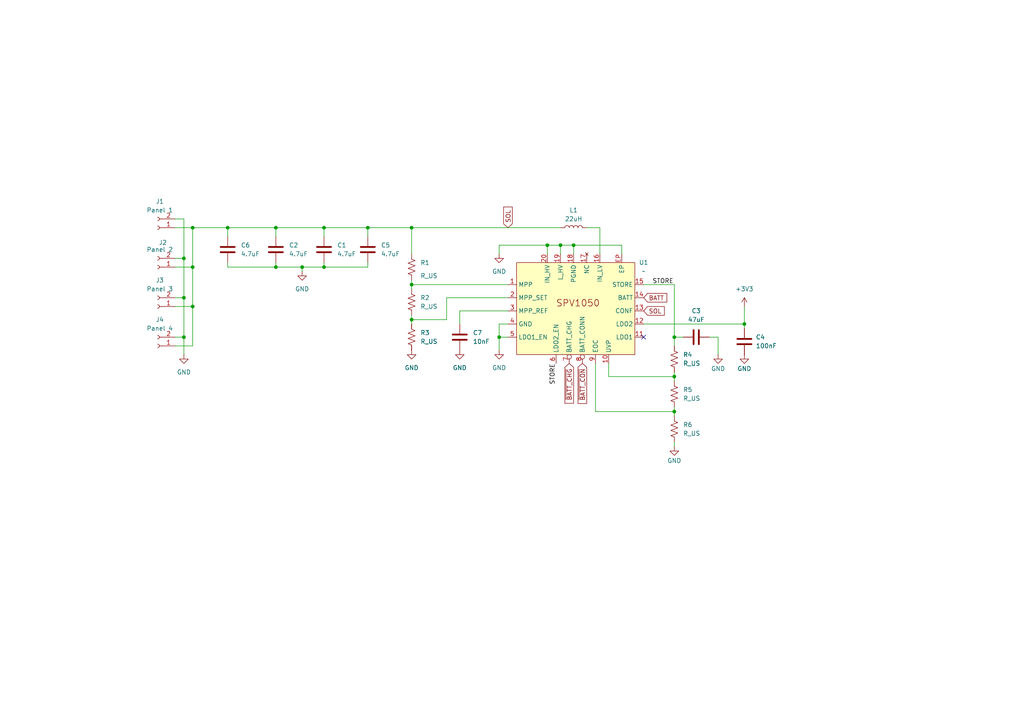
<source format=kicad_sch>
(kicad_sch (version 20250114) (generator "eeschema") (generator_version "9.0")
  (paper "A4")
  (title_block (title "Power Supply and solar management") (date "2025-08-03") (rev "1.0") (company "MRtecno98"))
  (lib_symbols
    (symbol "Connector:Conn_01x02_Socket" (pin_names (offset 1.016) (hide yes))
      (property "Reference" "J" (at 0 2.54 0))
      (property "Value" "Conn_01x02_Socket" (at 0 -5.08 0))
      (symbol "Conn_01x02_Socket_1_1"
        (polyline (pts (xy -1.27 0) (xy -0.508 0)) (stroke (width 0.1524)))
        (polyline (pts (xy -1.27 -2.54) (xy -0.508 -2.54)) (stroke (width 0.1524)))
        (arc (start 0 -0.508) (mid -0.5058 0) (end 0 0.508) (stroke (width 0.1524)))
        (arc (start 0 -3.048) (mid -0.5058 -2.54) (end 0 -2.032) (stroke (width 0.1524)))
        (pin passive line (at -5.08 0 0) (length 3.81) (name "Pin_1") (number "1"))
        (pin passive line (at -5.08 -2.54 0) (length 3.81) (name "Pin_2") (number "2"))
      )
    )
    (symbol "Device:C" (pin_numbers (hide yes)) (pin_names (offset 0.254))
      (property "Reference" "C" (at 0.635 2.54 0))
      (property "Value" "C" (at 0.635 -2.54 0))
      (symbol "C_0_1"
        (polyline (pts (xy -2.032 0.762) (xy 2.032 0.762)) (stroke (width 0.508)))
        (polyline (pts (xy -2.032 -0.762) (xy 2.032 -0.762)) (stroke (width 0.508)))
      )
      (symbol "C_1_1"
        (pin passive line (at 0 3.81 270) (length 2.794) (name "~") (number "1"))
        (pin passive line (at 0 -3.81 90) (length 2.794) (name "~") (number "2"))
      )
    )
    (symbol "Device:L" (pin_numbers (hide yes)) (pin_names (offset 1.016) (hide yes))
      (property "Reference" "L" (at -1.27 0 90))
      (property "Value" "L" (at 1.905 0 90))
      (symbol "L_0_1"
        (arc (start 0 2.54) (mid 0.6323 1.905) (end 0 1.27))
        (arc (start 0 1.27) (mid 0.6323 0.635) (end 0 0))
        (arc (start 0 0) (mid 0.6323 -0.635) (end 0 -1.27))
        (arc (start 0 -1.27) (mid 0.6323 -1.905) (end 0 -2.54))
      )
      (symbol "L_1_1"
        (pin passive line (at 0 3.81 270) (length 1.27) (name "1") (number "1"))
        (pin passive line (at 0 -3.81 90) (length 1.27) (name "2") (number "2"))
      )
    )
    (symbol "Device:R_US" (pin_numbers (hide yes)) (pin_names (offset 0))
      (property "Reference" "R" (at 2.54 0 90))
      (property "Value" "R_US" (at -2.54 0 90))
      (symbol "R_US_0_1"
        (polyline (pts (xy 0 2.286) (xy 0 2.54)))
        (polyline (pts (xy 0 2.286) (xy 1.016 1.905) (xy 0 1.524) (xy -1.016 1.143) (xy 0 0.762)))
        (polyline (pts (xy 0 0.762) (xy 1.016 0.381) (xy 0 0) (xy -1.016 -0.381) (xy 0 -0.762)))
        (polyline (pts (xy 0 -0.762) (xy 1.016 -1.143) (xy 0 -1.524) (xy -1.016 -1.905) (xy 0 -2.286)))
        (polyline (pts (xy 0 -2.286) (xy 0 -2.54)))
      )
      (symbol "R_US_1_1"
        (pin passive line (at 0 3.81 270) (length 1.27) (name "~") (number "1"))
        (pin passive line (at 0 -3.81 90) (length 1.27) (name "~") (number "2"))
      )
    )
    (symbol "power:+3V3" (power) (pin_numbers (hide yes)) (pin_names (offset 0) (hide yes))
      (property "Value" "+3V3" (at 0 3.556 0))
      (symbol "+3V3_0_1"
        (polyline (pts (xy -0.762 1.27) (xy 0 2.54)))
        (polyline (pts (xy 0 2.54) (xy 0.762 1.27)))
        (polyline (pts (xy 0 0) (xy 0 2.54)))
      )
      (symbol "+3V3_1_1"
        (pin power_in line (at 0 0 90) (length 0) (name "~") (number "1"))
      )
    )
    (symbol "power:GND" (power) (pin_numbers (hide yes)) (pin_names (offset 0) (hide yes))
      (property "Value" "GND" (at 0 -3.81 0))
      (symbol "GND_0_1"
        (polyline (pts (xy 0 0) (xy 0 -1.27) (xy 1.27 -1.27) (xy 0 -2.54) (xy -1.27 -1.27) (xy 0 -1.27)))
      )
      (symbol "GND_1_1"
        (pin power_in line (at 0 0 270) (length 0) (name "~") (number "1"))
      )
    )
    (symbol "tclib:SPV1050"
      (property "Reference" "U" (at 18.796 14.478 0))
      (symbol "SPV1050_1_1"
        (rectangle (start -17.78 12.7) (end 16.51 -13.97) (fill (type background)))
        (text "SPV1050" (at 0 1.016 0) (effects (font (size 1.905 1.905))))
        (pin input line (at -20.32 6.35 0) (length 2.54) (name "MPP") (number "1"))
        (pin input line (at -20.32 2.54 0) (length 2.54) (name "MPP_SET") (number "2"))
        (pin input line (at -20.32 -1.27 0) (length 2.54) (name "MPP_REF") (number "3"))
        (pin passive line (at -20.32 -5.08 0) (length 2.54) (name "GND") (number "4"))
        (pin input line (at -20.32 -8.89 0) (length 2.54) (name "LDO1_EN") (number "5"))
        (pin input line (at -8.89 15.24 270) (length 2.54) (name "IN_HV") (number "20"))
        (pin input line (at -6.35 -16.51 90) (length 2.54) (name "LDO2_EN") (number "6"))
        (pin input line (at -5.08 15.24 270) (length 2.54) (name "L_HV") (number "19"))
        (pin output inverted (at -2.54 -16.51 90) (length 2.54) (name "BATT_CHG") (number "7"))
        (pin passive line (at -1.27 15.24 270) (length 2.54) (name "PGND") (number "18"))
        (pin output inverted (at 1.27 -16.51 90) (length 2.54) (name "BATT_CONN") (number "8"))
        (pin no_connect line (at 2.54 15.24 270) (length 2.54) (name "NC") (number "17"))
        (pin passive line (at 5.08 -16.51 90) (length 2.54) (name "EOC") (number "9"))
        (pin input line (at 6.35 15.24 270) (length 2.54) (name "IN_LV") (number "16"))
        (pin passive line (at 8.89 -16.51 90) (length 2.54) (name "UVP") (number "10"))
        (pin passive line (at 12.7 15.24 270) (length 2.54) (name "EP") (number "EP"))
        (pin passive line (at 19.05 6.35 180) (length 2.54) (name "STORE") (number "15"))
        (pin passive line (at 19.05 2.54 180) (length 2.54) (name "BATT") (number "14"))
        (pin input line (at 19.05 -1.27 180) (length 2.54) (name "CONF") (number "13"))
        (pin power_out line (at 19.05 -5.08 180) (length 2.54) (name "LDO2") (number "12"))
        (pin power_out line (at 19.05 -8.89 180) (length 2.54) (name "LDO1") (number "11"))
      )
    )
  )
  (junction (at 195.58 109.22))
  (junction (at 80.01 77.47))
  (junction (at 53.34 97.79))
  (junction (at 158.75 71.12))
  (junction (at 55.88 66.04))
  (junction (at 66.04 66.04))
  (junction (at 80.01 66.04))
  (junction (at 53.34 74.93))
  (junction (at 195.58 97.79))
  (junction (at 119.38 92.71))
  (junction (at 93.98 66.04))
  (junction (at 215.9 93.98))
  (junction (at 195.58 119.38))
  (junction (at 55.88 88.9))
  (junction (at 106.68 66.04))
  (junction (at 119.38 66.04))
  (junction (at 93.98 77.47))
  (junction (at 55.88 77.47))
  (junction (at 166.37 71.12))
  (junction (at 162.56 71.12))
  (junction (at 119.38 82.55))
  (junction (at 144.78 97.79))
  (junction (at 53.34 86.36))
  (junction (at 87.63 77.47))
  (no_connect (at 186.69 97.79))
  (wire (pts (xy 93.98 77.47) (xy 93.98 76.2)))
  (wire (pts (xy 147.32 93.98) (xy 144.78 93.98)))
  (wire (pts (xy 172.72 119.38) (xy 172.72 105.41)))
  (wire (pts (xy 80.01 77.47) (xy 87.63 77.47)))
  (wire (pts (xy 106.68 77.47) (xy 93.98 77.47)))
  (wire (pts (xy 166.37 71.12) (xy 166.37 73.66)))
  (wire (pts (xy 106.68 76.2) (xy 106.68 77.47)))
  (wire (pts (xy 144.78 97.79) (xy 147.32 97.79)))
  (wire (pts (xy 66.04 66.04) (xy 80.01 66.04)))
  (wire (pts (xy 50.8 86.36) (xy 53.34 86.36)))
  (wire (pts (xy 50.8 63.5) (xy 53.34 63.5)))
  (wire (pts (xy 50.8 100.33) (xy 55.88 100.33)))
  (wire (pts (xy 195.58 82.55) (xy 195.58 97.79)))
  (wire (pts (xy 93.98 66.04) (xy 93.98 68.58)))
  (wire (pts (xy 208.28 97.79) (xy 208.28 102.87)))
  (wire (pts (xy 50.8 66.04) (xy 55.88 66.04)))
  (wire (pts (xy 53.34 74.93) (xy 53.34 86.36)))
  (wire (pts (xy 215.9 88.9) (xy 215.9 93.98)))
  (wire (pts (xy 119.38 92.71) (xy 119.38 93.98)))
  (wire (pts (xy 173.99 66.04) (xy 170.18 66.04)))
  (wire (pts (xy 119.38 66.04) (xy 119.38 73.66)))
  (wire (pts (xy 50.8 74.93) (xy 53.34 74.93)))
  (wire (pts (xy 80.01 77.47) (xy 80.01 76.2)))
  (wire (pts (xy 53.34 63.5) (xy 53.34 74.93)))
  (wire (pts (xy 186.69 82.55) (xy 195.58 82.55)))
  (wire (pts (xy 55.88 77.47) (xy 55.88 88.9)))
  (wire (pts (xy 166.37 71.12) (xy 180.34 71.12)))
  (wire (pts (xy 186.69 93.98) (xy 215.9 93.98)))
  (wire (pts (xy 80.01 66.04) (xy 93.98 66.04)))
  (wire (pts (xy 80.01 66.04) (xy 80.01 68.58)))
  (wire (pts (xy 119.38 91.44) (xy 119.38 92.71)))
  (wire (pts (xy 144.78 97.79) (xy 144.78 101.6)))
  (wire (pts (xy 147.32 86.36) (xy 129.54 86.36)))
  (wire (pts (xy 158.75 71.12) (xy 162.56 71.12)))
  (wire (pts (xy 119.38 66.04) (xy 162.56 66.04)))
  (wire (pts (xy 133.35 90.17) (xy 133.35 93.98)))
  (wire (pts (xy 195.58 97.79) (xy 198.12 97.79)))
  (wire (pts (xy 106.68 66.04) (xy 106.68 68.58)))
  (wire (pts (xy 119.38 81.28) (xy 119.38 82.55)))
  (wire (pts (xy 53.34 86.36) (xy 53.34 97.79)))
  (wire (pts (xy 119.38 82.55) (xy 147.32 82.55)))
  (wire (pts (xy 55.88 66.04) (xy 55.88 77.47)))
  (wire (pts (xy 55.88 88.9) (xy 55.88 100.33)))
  (wire (pts (xy 50.8 88.9) (xy 55.88 88.9)))
  (wire (pts (xy 66.04 77.47) (xy 80.01 77.47)))
  (wire (pts (xy 144.78 71.12) (xy 144.78 73.66)))
  (wire (pts (xy 195.58 109.22) (xy 195.58 110.49)))
  (wire (pts (xy 66.04 66.04) (xy 66.04 68.58)))
  (wire (pts (xy 195.58 107.95) (xy 195.58 109.22)))
  (wire (pts (xy 87.63 78.74) (xy 87.63 77.47)))
  (wire (pts (xy 129.54 86.36) (xy 129.54 92.71)))
  (wire (pts (xy 176.53 109.22) (xy 195.58 109.22)))
  (wire (pts (xy 172.72 119.38) (xy 195.58 119.38)))
  (wire (pts (xy 195.58 128.27) (xy 195.58 129.54)))
  (wire (pts (xy 50.8 97.79) (xy 53.34 97.79)))
  (wire (pts (xy 205.74 97.79) (xy 208.28 97.79)))
  (wire (pts (xy 195.58 119.38) (xy 195.58 120.65)))
  (wire (pts (xy 144.78 71.12) (xy 158.75 71.12)))
  (wire (pts (xy 129.54 92.71) (xy 119.38 92.71)))
  (wire (pts (xy 144.78 93.98) (xy 144.78 97.79)))
  (wire (pts (xy 162.56 71.12) (xy 162.56 73.66)))
  (wire (pts (xy 50.8 77.47) (xy 55.88 77.47)))
  (wire (pts (xy 215.9 93.98) (xy 215.9 95.25)))
  (wire (pts (xy 55.88 66.04) (xy 66.04 66.04)))
  (wire (pts (xy 66.04 76.2) (xy 66.04 77.47)))
  (wire (pts (xy 173.99 73.66) (xy 173.99 66.04)))
  (wire (pts (xy 119.38 82.55) (xy 119.38 83.82)))
  (wire (pts (xy 162.56 71.12) (xy 166.37 71.12)))
  (wire (pts (xy 195.58 118.11) (xy 195.58 119.38)))
  (wire (pts (xy 158.75 71.12) (xy 158.75 73.66)))
  (wire (pts (xy 180.34 73.66) (xy 180.34 71.12)))
  (wire (pts (xy 53.34 97.79) (xy 53.34 102.87)))
  (wire (pts (xy 147.32 90.17) (xy 133.35 90.17)))
  (wire (pts (xy 106.68 66.04) (xy 119.38 66.04)))
  (wire (pts (xy 176.53 109.22) (xy 176.53 105.41)))
  (wire (pts (xy 93.98 66.04) (xy 106.68 66.04)))
  (wire (pts (xy 87.63 77.47) (xy 93.98 77.47)))
  (wire (pts (xy 195.58 97.79) (xy 195.58 100.33)))
  (label "STORE" (at 189.23 82.55 0))
  (label "STORE" (at 161.29 105.41 270))
  (global_label "~{BATT_CON}" (shape input) (at 168.91 105.41 270) (property "Intersheetrefs" "${INTERSHEET_REFS}" (effects (hide yes))))
  (global_label "~{BATT_CHG}" (shape input) (at 165.1 105.41 270) (property "Intersheetrefs" "${INTERSHEET_REFS}" (effects (hide yes))))
  (global_label "BATT" (shape input) (at 186.69 86.36 0) (property "Intersheetrefs" "${INTERSHEET_REFS}" (effects (hide yes))))
  (global_label "SOL" (shape input) (at 186.69 90.17 0) (property "Intersheetrefs" "${INTERSHEET_REFS}" (effects (hide yes))))
  (global_label "SOL" (shape input) (at 147.32 66.04 90) (property "Intersheetrefs" "${INTERSHEET_REFS}" (effects (hide yes))))
  (symbol (lib_id "Device:R_US") (at 119.38 97.79 0) (unit 1)
    (property "Reference" "R3" (at 121.92 96.5199 0) (effects (justify left)))
    (property "Value" "R_US" (at 121.92 99.0599 0) (effects (justify left)))
    (property "Footprint" "Resistor_SMD:R_0603_1608Metric_Pad0.98x0.95mm_HandSolder" (effects (hide yes)))
    (property "Description" "Resistor, US symbol" (effects (hide yes)))
  )
  (symbol (lib_id "Connector:Conn_01x02_Socket") (at 45.72 100.33 180) (unit 1)
    (property "Reference" "J4" (at 46.355 92.71 0))
    (property "Value" "Panel 4" (at 46.355 95.25 0))
    (property "Footprint" "Connector_Molex:Molex_PicoBlade_53261-0271_1x02-1MP_P1.25mm_Horizontal" (effects (hide yes)))
    (property "Description" "Generic connector, single row, 01x02, script generated" (effects (hide yes)))
  )
  (symbol (lib_id "power:GND") (at 87.63 78.74 0) (unit 1)
    (property "Reference" "#PWR02" (effects (hide yes)))
    (property "Value" "GND" (at 87.63 83.82 0))
    (property "Description" "Power symbol creates a global label with name \"GND\" , ground" (effects (hide yes)))
  )
  (symbol (lib_id "Device:C") (at 93.98 72.39 0) (unit 1)
    (property "Reference" "C1" (at 97.79 71.1199 0) (effects (justify left)))
    (property "Value" "4.7uF" (at 97.79 73.6599 0) (effects (justify left)))
    (property "Footprint" "Capacitor_SMD:C_0603_1608Metric_Pad1.08x0.95mm_HandSolder" (effects (hide yes)))
    (property "Description" "Unpolarized capacitor" (effects (hide yes)))
  )
  (symbol (lib_id "Device:R_US") (at 195.58 104.14 0) (unit 1)
    (property "Reference" "R4" (at 198.12 102.8699 0) (effects (justify left)))
    (property "Value" "R_US" (at 198.12 105.4099 0) (effects (justify left)))
    (property "Footprint" "Resistor_SMD:R_0603_1608Metric_Pad0.98x0.95mm_HandSolder" (effects (hide yes)))
    (property "Description" "Resistor, US symbol" (effects (hide yes)))
  )
  (symbol (lib_id "power:GND") (at 133.35 101.6 0) (unit 1)
    (property "Reference" "#PWR012" (effects (hide yes)))
    (property "Value" "GND" (at 133.35 106.68 0))
    (property "Description" "Power symbol creates a global label with name \"GND\" , ground" (effects (hide yes)))
  )
  (symbol (lib_id "power:GND") (at 195.58 129.54 0) (unit 1)
    (property "Reference" "#PWR07" (effects (hide yes)))
    (property "Value" "GND" (at 195.58 133.604 0))
    (property "Description" "Power symbol creates a global label with name \"GND\" , ground" (effects (hide yes)))
  )
  (symbol (lib_id "Device:R_US") (at 119.38 77.47 0) (unit 1)
    (property "Reference" "R1" (at 121.92 76.1999 0) (effects (justify left)))
    (property "Value" "R_US" (at 121.92 80.0099 0) (effects (justify left)))
    (property "Footprint" "Resistor_SMD:R_0603_1608Metric_Pad0.98x0.95mm_HandSolder" (effects (hide yes)))
    (property "Description" "Resistor, US symbol" (effects (hide yes)))
  )
  (symbol (lib_id "Device:C") (at 66.04 72.39 0) (unit 1)
    (property "Reference" "C6" (at 69.85 71.1199 0) (effects (justify left)))
    (property "Value" "4.7uF" (at 69.85 73.6599 0) (effects (justify left)))
    (property "Footprint" "Capacitor_SMD:C_0603_1608Metric_Pad1.08x0.95mm_HandSolder" (effects (hide yes)))
    (property "Description" "Unpolarized capacitor" (effects (hide yes)))
  )
  (symbol (lib_id "Device:C") (at 201.93 97.79 270) (unit 1)
    (property "Reference" "C3" (at 201.93 90.17 90))
    (property "Value" "47uF" (at 201.93 92.71 90))
    (property "Footprint" "Capacitor_SMD:C_0603_1608Metric_Pad1.08x0.95mm_HandSolder" (effects (hide yes)))
    (property "Description" "Unpolarized capacitor" (effects (hide yes)))
  )
  (symbol (lib_id "Device:R_US") (at 195.58 124.46 0) (unit 1)
    (property "Reference" "R6" (at 198.12 123.1899 0) (effects (justify left)))
    (property "Value" "R_US" (at 198.12 125.7299 0) (effects (justify left)))
    (property "Footprint" "Resistor_SMD:R_0603_1608Metric_Pad0.98x0.95mm_HandSolder" (effects (hide yes)))
    (property "Description" "Resistor, US symbol" (effects (hide yes)))
  )
  (symbol (lib_id "power:GND") (at 144.78 73.66 0) (unit 1)
    (property "Reference" "#PWR01" (effects (hide yes)))
    (property "Value" "GND" (at 144.78 78.74 0))
    (property "Description" "Power symbol creates a global label with name \"GND\" , ground" (effects (hide yes)))
  )
  (symbol (lib_id "Device:R_US") (at 195.58 114.3 0) (unit 1)
    (property "Reference" "R5" (at 198.12 113.0299 0) (effects (justify left)))
    (property "Value" "R_US" (at 198.12 115.5699 0) (effects (justify left)))
    (property "Footprint" "Resistor_SMD:R_0603_1608Metric_Pad0.98x0.95mm_HandSolder" (effects (hide yes)))
    (property "Description" "Resistor, US symbol" (effects (hide yes)))
  )
  (symbol (lib_id "Device:R_US") (at 119.38 87.63 0) (unit 1)
    (property "Reference" "R2" (at 121.92 86.3599 0) (effects (justify left)))
    (property "Value" "R_US" (at 121.92 88.8999 0) (effects (justify left)))
    (property "Footprint" "Resistor_SMD:R_0603_1608Metric_Pad0.98x0.95mm_HandSolder" (effects (hide yes)))
    (property "Description" "Resistor, US symbol" (effects (hide yes)))
  )
  (symbol (lib_id "Device:C") (at 215.9 99.06 180) (unit 1)
    (property "Reference" "C4" (at 219.202 97.79 0) (effects (justify right)))
    (property "Value" "100nF" (at 219.202 100.33 0) (effects (justify right)))
    (property "Footprint" "Capacitor_SMD:C_0603_1608Metric_Pad1.08x0.95mm_HandSolder" (effects (hide yes)))
    (property "Description" "Unpolarized capacitor" (effects (hide yes)))
  )
  (symbol (lib_id "Device:C") (at 133.35 97.79 0) (unit 1)
    (property "Reference" "C7" (at 137.16 96.5199 0) (effects (justify left)))
    (property "Value" "10nF" (at 137.16 99.0599 0) (effects (justify left)))
    (property "Footprint" "Capacitor_SMD:C_0603_1608Metric_Pad1.08x0.95mm_HandSolder" (effects (hide yes)))
    (property "Description" "Unpolarized capacitor" (effects (hide yes)))
  )
  (symbol (lib_id "tclib:SPV1050") (at 167.64 88.9 0) (unit 1)
    (property "Reference" "U1" (at 186.69 76.1298 0))
    (property "Value" "~" (at 186.69 78.6698 0))
    (property "Footprint" "tclib:SPV1050" (effects (hide yes)))
    (property "Datasheet" "kicad-embed://spv1050.pdf" (effects (hide yes)))
    (property "Description" "Ultralow power energy harvester and battery charger" (effects (hide yes)))
  )
  (symbol (lib_id "Connector:Conn_01x02_Socket") (at 45.72 66.04 180) (unit 1)
    (property "Reference" "J1" (at 46.355 58.42 0))
    (property "Value" "Panel 1" (at 46.355 60.96 0))
    (property "Footprint" "Connector_Molex:Molex_PicoBlade_53261-0271_1x02-1MP_P1.25mm_Horizontal" (effects (hide yes)))
    (property "Description" "Generic connector, single row, 01x02, script generated" (effects (hide yes)))
  )
  (symbol (lib_id "power:GND") (at 144.78 101.6 0) (unit 1)
    (property "Reference" "#PWR05" (effects (hide yes)))
    (property "Value" "GND" (at 144.78 106.68 0))
    (property "Description" "Power symbol creates a global label with name \"GND\" , ground" (effects (hide yes)))
  )
  (symbol (lib_id "Connector:Conn_01x02_Socket") (at 45.72 77.47 180) (unit 1)
    (property "Reference" "J2" (at 47.244 70.358 0))
    (property "Value" "Panel 2" (at 46.355 72.39 0))
    (property "Footprint" "Connector_Molex:Molex_PicoBlade_53261-0271_1x02-1MP_P1.25mm_Horizontal" (effects (hide yes)))
    (property "Description" "Generic connector, single row, 01x02, script generated" (effects (hide yes)))
  )
  (symbol (lib_id "Device:C") (at 80.01 72.39 0) (unit 1)
    (property "Reference" "C2" (at 83.82 71.1199 0) (effects (justify left)))
    (property "Value" "4.7uF" (at 83.82 73.6599 0) (effects (justify left)))
    (property "Footprint" "Capacitor_SMD:C_0603_1608Metric_Pad1.08x0.95mm_HandSolder" (effects (hide yes)))
    (property "Description" "Unpolarized capacitor" (effects (hide yes)))
  )
  (symbol (lib_id "power:+3V3") (at 215.9 88.9 0) (unit 1)
    (property "Reference" "#PWR08" (effects (hide yes)))
    (property "Value" "+3V3" (at 215.9 83.82 0))
    (property "Description" "Power symbol creates a global label with name \"+3V3\"" (effects (hide yes)))
  )
  (symbol (lib_id "power:GND") (at 53.34 102.87 0) (unit 1)
    (property "Reference" "#PWR03" (effects (hide yes)))
    (property "Value" "GND" (at 53.34 107.95 0))
    (property "Description" "Power symbol creates a global label with name \"GND\" , ground" (effects (hide yes)))
  )
  (symbol (lib_id "power:GND") (at 215.9 102.87 0) (unit 1)
    (property "Reference" "#PWR06" (effects (hide yes)))
    (property "Value" "GND" (at 215.9 106.934 0))
    (property "Description" "Power symbol creates a global label with name \"GND\" , ground" (effects (hide yes)))
  )
  (symbol (lib_id "Device:L") (at 166.37 66.04 90) (unit 1)
    (property "Reference" "L1" (at 166.37 60.96 90))
    (property "Value" "22uH" (at 166.37 63.5 90))
    (property "Footprint" "Inductor_SMD:L_0603_1608Metric_Pad1.05x0.95mm_HandSolder" (effects (hide yes)))
    (property "Description" "Inductor" (effects (hide yes)))
  )
  (symbol (lib_id "Connector:Conn_01x02_Socket") (at 45.72 88.9 180) (unit 1)
    (property "Reference" "J3" (at 46.355 81.28 0))
    (property "Value" "Panel 3" (at 46.355 83.82 0))
    (property "Footprint" "Connector_Molex:Molex_PicoBlade_53261-0271_1x02-1MP_P1.25mm_Horizontal" (effects (hide yes)))
    (property "Description" "Generic connector, single row, 01x02, script generated" (effects (hide yes)))
  )
  (symbol (lib_id "power:GND") (at 119.38 101.6 0) (unit 1)
    (property "Reference" "#PWR011" (effects (hide yes)))
    (property "Value" "GND" (at 119.38 106.68 0))
    (property "Description" "Power symbol creates a global label with name \"GND\" , ground" (effects (hide yes)))
  )
  (symbol (lib_id "power:GND") (at 208.28 102.87 0) (unit 1)
    (property "Reference" "#PWR04" (effects (hide yes)))
    (property "Value" "GND" (at 208.28 106.934 0))
    (property "Description" "Power symbol creates a global label with name \"GND\" , ground" (effects (hide yes)))
  )
  (symbol (lib_id "Device:C") (at 106.68 72.39 0) (unit 1)
    (property "Reference" "C5" (at 110.49 71.1199 0) (effects (justify left)))
    (property "Value" "4.7uF" (at 110.49 73.6599 0) (effects (justify left)))
    (property "Footprint" "Capacitor_SMD:C_0603_1608Metric_Pad1.08x0.95mm_HandSolder" (effects (hide yes)))
    (property "Description" "Unpolarized capacitor" (effects (hide yes)))
  )
)
</source>
